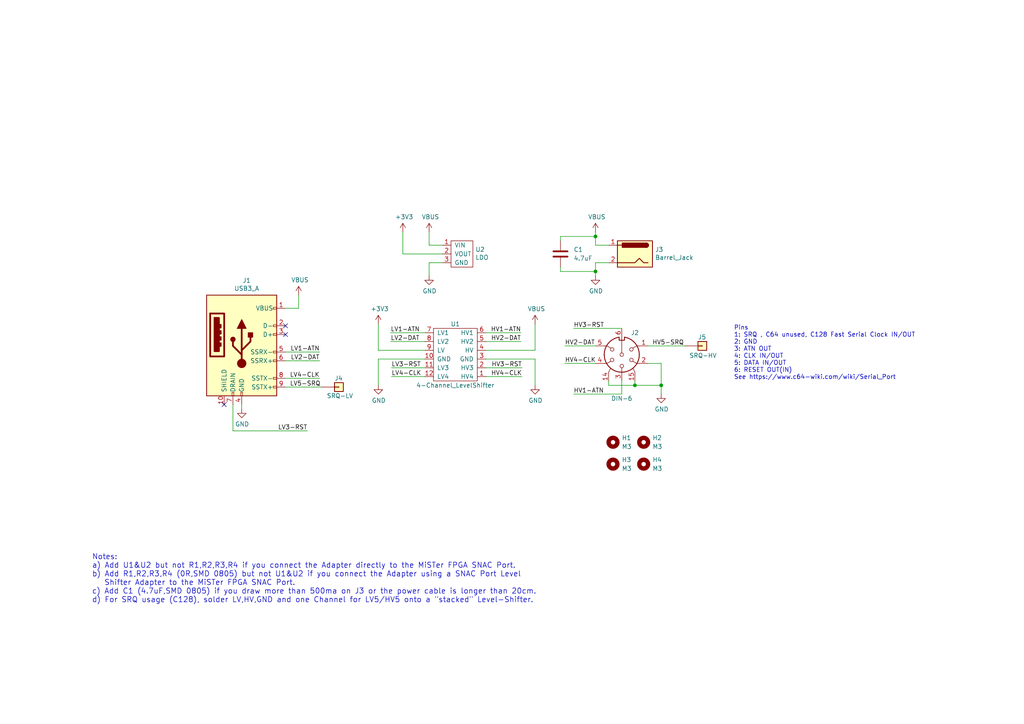
<source format=kicad_sch>
(kicad_sch (version 20211123) (generator eeschema)

  (uuid 8322f275-268c-4e87-a69f-4cfbf05e747f)

  (paper "A4")

  (title_block
    (title "SNAC2IEC")
    (date "2023-02-27")
    (rev "v1.2")
    (comment 2 "Converts the MiSTer FPGA SNAC Port into a Commodore IEC/CBM (Serial) Bus Port.")
  )

  (lib_symbols
    (symbol "Conn_01x01_1" (pin_numbers hide) (pin_names (offset 1.016) hide) (in_bom yes) (on_board yes)
      (property "Reference" "J" (id 0) (at 0 2.54 0)
        (effects (font (size 1.27 1.27)))
      )
      (property "Value" "Conn_01x01_1" (id 1) (at 0 -2.54 0)
        (effects (font (size 1.27 1.27)))
      )
      (property "Footprint" "" (id 2) (at 0 0 0)
        (effects (font (size 1.27 1.27)) hide)
      )
      (property "Datasheet" "~" (id 3) (at 0 0 0)
        (effects (font (size 1.27 1.27)) hide)
      )
      (property "ki_keywords" "connector" (id 4) (at 0 0 0)
        (effects (font (size 1.27 1.27)) hide)
      )
      (property "ki_description" "Generic connector, single row, 01x01, script generated (kicad-library-utils/schlib/autogen/connector/)" (id 5) (at 0 0 0)
        (effects (font (size 1.27 1.27)) hide)
      )
      (property "ki_fp_filters" "Connector*:*_1x??_*" (id 6) (at 0 0 0)
        (effects (font (size 1.27 1.27)) hide)
      )
      (symbol "Conn_01x01_1_1_1"
        (rectangle (start -1.27 0.127) (end 0 -0.127)
          (stroke (width 0.1524) (type default) (color 0 0 0 0))
          (fill (type none))
        )
        (rectangle (start -1.27 1.27) (end 1.27 -1.27)
          (stroke (width 0.254) (type default) (color 0 0 0 0))
          (fill (type background))
        )
        (pin passive line (at -5.08 0 0) (length 3.81)
          (name "Pin_1" (effects (font (size 1.27 1.27))))
          (number "1" (effects (font (size 1.27 1.27))))
        )
      )
    )
    (symbol "Connector:Barrel_Jack" (pin_names (offset 1.016)) (in_bom yes) (on_board yes)
      (property "Reference" "J" (id 0) (at 0 5.334 0)
        (effects (font (size 1.27 1.27)))
      )
      (property "Value" "Barrel_Jack" (id 1) (at 0 -5.08 0)
        (effects (font (size 1.27 1.27)))
      )
      (property "Footprint" "" (id 2) (at 1.27 -1.016 0)
        (effects (font (size 1.27 1.27)) hide)
      )
      (property "Datasheet" "~" (id 3) (at 1.27 -1.016 0)
        (effects (font (size 1.27 1.27)) hide)
      )
      (property "ki_keywords" "DC power barrel jack connector" (id 4) (at 0 0 0)
        (effects (font (size 1.27 1.27)) hide)
      )
      (property "ki_description" "DC Barrel Jack" (id 5) (at 0 0 0)
        (effects (font (size 1.27 1.27)) hide)
      )
      (property "ki_fp_filters" "BarrelJack*" (id 6) (at 0 0 0)
        (effects (font (size 1.27 1.27)) hide)
      )
      (symbol "Barrel_Jack_0_1"
        (rectangle (start -5.08 3.81) (end 5.08 -3.81)
          (stroke (width 0.254) (type default) (color 0 0 0 0))
          (fill (type background))
        )
        (arc (start -3.302 3.175) (mid -3.937 2.54) (end -3.302 1.905)
          (stroke (width 0.254) (type default) (color 0 0 0 0))
          (fill (type none))
        )
        (arc (start -3.302 3.175) (mid -3.937 2.54) (end -3.302 1.905)
          (stroke (width 0.254) (type default) (color 0 0 0 0))
          (fill (type outline))
        )
        (polyline
          (pts
            (xy 5.08 2.54)
            (xy 3.81 2.54)
          )
          (stroke (width 0.254) (type default) (color 0 0 0 0))
          (fill (type none))
        )
        (polyline
          (pts
            (xy -3.81 -2.54)
            (xy -2.54 -2.54)
            (xy -1.27 -1.27)
            (xy 0 -2.54)
            (xy 2.54 -2.54)
            (xy 5.08 -2.54)
          )
          (stroke (width 0.254) (type default) (color 0 0 0 0))
          (fill (type none))
        )
        (rectangle (start 3.683 3.175) (end -3.302 1.905)
          (stroke (width 0.254) (type default) (color 0 0 0 0))
          (fill (type outline))
        )
      )
      (symbol "Barrel_Jack_1_1"
        (pin passive line (at 7.62 2.54 180) (length 2.54)
          (name "~" (effects (font (size 1.27 1.27))))
          (number "1" (effects (font (size 1.27 1.27))))
        )
        (pin passive line (at 7.62 -2.54 180) (length 2.54)
          (name "~" (effects (font (size 1.27 1.27))))
          (number "2" (effects (font (size 1.27 1.27))))
        )
      )
    )
    (symbol "Connector:DIN-6" (pin_names (offset 1.016)) (in_bom yes) (on_board yes)
      (property "Reference" "J2" (id 0) (at -5.08 -6.35 0)
        (effects (font (size 1.27 1.27)))
      )
      (property "Value" "DIN-6" (id 1) (at 5.08 -6.35 0)
        (effects (font (size 1.27 1.27)))
      )
      (property "Footprint" "VeniceFootprints:DIN_6Pin_Print_Connector_IEC_Layout" (id 2) (at 0 0 0)
        (effects (font (size 1.27 1.27)) hide)
      )
      (property "Datasheet" "http://www.mouser.com/ds/2/18/40_c091_abd_e-75918.pdf" (id 3) (at 0 0 0)
        (effects (font (size 1.27 1.27)) hide)
      )
      (property "ki_keywords" "circular DIN connector" (id 4) (at 0 0 0)
        (effects (font (size 1.27 1.27)) hide)
      )
      (property "ki_description" "6-pin DIN connector" (id 5) (at 0 0 0)
        (effects (font (size 1.27 1.27)) hide)
      )
      (property "ki_fp_filters" "DIN*" (id 6) (at 0 0 0)
        (effects (font (size 1.27 1.27)) hide)
      )
      (symbol "DIN-6_0_1"
        (arc (start -5.08 0) (mid -3.8597 -3.3379) (end -0.762 -5.08)
          (stroke (width 0.254) (type default) (color 0 0 0 0))
          (fill (type none))
        )
        (circle (center -2.794 -1.524) (radius 0.508)
          (stroke (width 0) (type default) (color 0 0 0 0))
          (fill (type none))
        )
        (circle (center -2.794 1.524) (radius 0.508)
          (stroke (width 0) (type default) (color 0 0 0 0))
          (fill (type none))
        )
        (polyline
          (pts
            (xy -3.81 5.08)
            (xy -3.302 4.064)
          )
          (stroke (width 0.1524) (type default) (color 0 0 0 0))
          (fill (type none))
        )
        (polyline
          (pts
            (xy 0 -5.08)
            (xy 0 -0.508)
          )
          (stroke (width 0) (type default) (color 0 0 0 0))
          (fill (type none))
        )
        (polyline
          (pts
            (xy 0 5.08)
            (xy 0 3.81)
          )
          (stroke (width 0) (type default) (color 0 0 0 0))
          (fill (type none))
        )
        (polyline
          (pts
            (xy 3.81 5.08)
            (xy 3.302 4.064)
          )
          (stroke (width 0.1524) (type default) (color 0 0 0 0))
          (fill (type none))
        )
        (polyline
          (pts
            (xy -5.08 -2.54)
            (xy -4.318 -2.54)
            (xy -3.175 -1.905)
          )
          (stroke (width 0) (type default) (color 0 0 0 0))
          (fill (type none))
        )
        (polyline
          (pts
            (xy -5.08 2.54)
            (xy -4.318 2.54)
            (xy -3.175 1.905)
          )
          (stroke (width 0) (type default) (color 0 0 0 0))
          (fill (type none))
        )
        (polyline
          (pts
            (xy 5.08 -2.54)
            (xy 4.318 -2.54)
            (xy 3.175 -1.905)
          )
          (stroke (width 0) (type default) (color 0 0 0 0))
          (fill (type none))
        )
        (polyline
          (pts
            (xy 5.08 2.54)
            (xy 4.318 2.54)
            (xy 3.175 1.905)
          )
          (stroke (width 0) (type default) (color 0 0 0 0))
          (fill (type none))
        )
        (polyline
          (pts
            (xy -0.762 -4.953)
            (xy -0.762 -4.191)
            (xy 0.762 -4.191)
            (xy 0.762 -4.953)
          )
          (stroke (width 0.254) (type default) (color 0 0 0 0))
          (fill (type none))
        )
        (circle (center 0 0) (radius 0.508)
          (stroke (width 0) (type default) (color 0 0 0 0))
          (fill (type none))
        )
        (circle (center 0 3.302) (radius 0.508)
          (stroke (width 0) (type default) (color 0 0 0 0))
          (fill (type none))
        )
        (arc (start 0.762 -5.08) (mid 3.8673 -3.3444) (end 5.08 0)
          (stroke (width 0.254) (type default) (color 0 0 0 0))
          (fill (type none))
        )
        (circle (center 2.794 -1.524) (radius 0.508)
          (stroke (width 0) (type default) (color 0 0 0 0))
          (fill (type none))
        )
        (circle (center 2.794 1.524) (radius 0.508)
          (stroke (width 0) (type default) (color 0 0 0 0))
          (fill (type none))
        )
        (arc (start 5.08 0) (mid 0 5.08) (end -5.08 0)
          (stroke (width 0.254) (type default) (color 0 0 0 0))
          (fill (type none))
        )
      )
      (symbol "DIN-6_1_1"
        (pin passive line (at -7.62 -2.54 0) (length 2.54)
          (name "~" (effects (font (size 1.27 1.27))))
          (number "1" (effects (font (size 1.27 1.27))))
        )
        (pin passive line (at 3.81 7.62 270) (length 2.54)
          (name "" (effects (font (size 1.27 1.27))))
          (number "14" (effects (font (size 1.27 1.27))))
        )
        (pin passive line (at -3.81 7.62 270) (length 2.54)
          (name "" (effects (font (size 1.27 1.27))))
          (number "15" (effects (font (size 1.27 1.27))))
        )
        (pin passive line (at -7.62 2.54 0) (length 2.54)
          (name "~" (effects (font (size 1.27 1.27))))
          (number "2" (effects (font (size 1.27 1.27))))
        )
        (pin passive line (at 0 7.62 270) (length 2.54)
          (name "~" (effects (font (size 1.27 1.27))))
          (number "3" (effects (font (size 1.27 1.27))))
        )
        (pin passive line (at 7.62 2.54 180) (length 2.54)
          (name "~" (effects (font (size 1.27 1.27))))
          (number "4" (effects (font (size 1.27 1.27))))
        )
        (pin passive line (at 7.62 -2.54 180) (length 2.54)
          (name "~" (effects (font (size 1.27 1.27))))
          (number "5" (effects (font (size 1.27 1.27))))
        )
        (pin passive line (at 0 -7.62 90) (length 2.54)
          (name "~" (effects (font (size 1.27 1.27))))
          (number "6" (effects (font (size 1.27 1.27))))
        )
      )
    )
    (symbol "Connector:USB3_A" (pin_names (offset 1.016)) (in_bom yes) (on_board yes)
      (property "Reference" "J" (id 0) (at -10.16 15.24 0)
        (effects (font (size 1.27 1.27)) (justify left))
      )
      (property "Value" "USB3_A" (id 1) (at 10.16 15.24 0)
        (effects (font (size 1.27 1.27)) (justify right))
      )
      (property "Footprint" "" (id 2) (at 3.81 2.54 0)
        (effects (font (size 1.27 1.27)) hide)
      )
      (property "Datasheet" "~" (id 3) (at 3.81 2.54 0)
        (effects (font (size 1.27 1.27)) hide)
      )
      (property "ki_keywords" "usb universal serial bus" (id 4) (at 0 0 0)
        (effects (font (size 1.27 1.27)) hide)
      )
      (property "ki_description" "USB 3.0 A connector" (id 5) (at 0 0 0)
        (effects (font (size 1.27 1.27)) hide)
      )
      (symbol "USB3_A_0_0"
        (rectangle (start -9.144 8.636) (end -5.08 -3.81)
          (stroke (width 0.508) (type default) (color 0 0 0 0))
          (fill (type none))
        )
        (rectangle (start -7.874 7.366) (end -6.604 -2.286)
          (stroke (width 0.508) (type default) (color 0 0 0 0))
          (fill (type outline))
        )
        (rectangle (start -6.35 0) (end -6.096 -0.762)
          (stroke (width 0.508) (type default) (color 0 0 0 0))
          (fill (type none))
        )
        (rectangle (start -6.35 1.778) (end -6.096 1.016)
          (stroke (width 0.508) (type default) (color 0 0 0 0))
          (fill (type none))
        )
        (rectangle (start -6.35 3.556) (end -6.096 2.794)
          (stroke (width 0.508) (type default) (color 0 0 0 0))
          (fill (type none))
        )
        (rectangle (start -6.35 5.334) (end -6.096 4.572)
          (stroke (width 0.508) (type default) (color 0 0 0 0))
          (fill (type none))
        )
        (rectangle (start -2.794 -15.24) (end -2.286 -14.224)
          (stroke (width 0) (type default) (color 0 0 0 0))
          (fill (type none))
        )
        (rectangle (start -0.254 -15.24) (end 0.254 -14.224)
          (stroke (width 0) (type default) (color 0 0 0 0))
          (fill (type none))
        )
        (rectangle (start 10.16 -12.446) (end 9.144 -12.954)
          (stroke (width 0) (type default) (color 0 0 0 0))
          (fill (type none))
        )
        (rectangle (start 10.16 -9.906) (end 9.144 -10.414)
          (stroke (width 0) (type default) (color 0 0 0 0))
          (fill (type none))
        )
        (rectangle (start 10.16 -4.826) (end 9.144 -5.334)
          (stroke (width 0) (type default) (color 0 0 0 0))
          (fill (type none))
        )
        (rectangle (start 10.16 -2.286) (end 9.144 -2.794)
          (stroke (width 0) (type default) (color 0 0 0 0))
          (fill (type none))
        )
        (rectangle (start 10.16 2.794) (end 9.144 2.286)
          (stroke (width 0) (type default) (color 0 0 0 0))
          (fill (type none))
        )
        (rectangle (start 10.16 5.334) (end 9.144 4.826)
          (stroke (width 0) (type default) (color 0 0 0 0))
          (fill (type none))
        )
        (rectangle (start 10.16 10.414) (end 9.144 9.906)
          (stroke (width 0) (type default) (color 0 0 0 0))
          (fill (type none))
        )
      )
      (symbol "USB3_A_0_1"
        (rectangle (start -10.16 13.97) (end 10.16 -15.24)
          (stroke (width 0.254) (type default) (color 0 0 0 0))
          (fill (type background))
        )
      )
      (symbol "USB3_A_1_1"
        (circle (center -2.54 1.143) (radius 0.635)
          (stroke (width 0.254) (type default) (color 0 0 0 0))
          (fill (type outline))
        )
        (circle (center 0 -5.842) (radius 1.27)
          (stroke (width 0) (type default) (color 0 0 0 0))
          (fill (type outline))
        )
        (polyline
          (pts
            (xy 0 -5.842)
            (xy 0 4.318)
          )
          (stroke (width 0.508) (type default) (color 0 0 0 0))
          (fill (type none))
        )
        (polyline
          (pts
            (xy 0 -3.302)
            (xy -2.54 -0.762)
            (xy -2.54 0.508)
          )
          (stroke (width 0.508) (type default) (color 0 0 0 0))
          (fill (type none))
        )
        (polyline
          (pts
            (xy 0 -2.032)
            (xy 2.54 0.508)
            (xy 2.54 1.778)
          )
          (stroke (width 0.508) (type default) (color 0 0 0 0))
          (fill (type none))
        )
        (polyline
          (pts
            (xy -1.27 4.318)
            (xy 0 6.858)
            (xy 1.27 4.318)
            (xy -1.27 4.318)
          )
          (stroke (width 0.254) (type default) (color 0 0 0 0))
          (fill (type outline))
        )
        (rectangle (start 1.905 1.778) (end 3.175 3.048)
          (stroke (width 0.254) (type default) (color 0 0 0 0))
          (fill (type outline))
        )
        (pin power_in line (at 12.7 10.16 180) (length 2.54)
          (name "VBUS" (effects (font (size 1.27 1.27))))
          (number "1" (effects (font (size 1.27 1.27))))
        )
        (pin passive line (at -5.08 -17.78 90) (length 2.54)
          (name "SHIELD" (effects (font (size 1.27 1.27))))
          (number "10" (effects (font (size 1.27 1.27))))
        )
        (pin bidirectional line (at 12.7 5.08 180) (length 2.54)
          (name "D-" (effects (font (size 1.27 1.27))))
          (number "2" (effects (font (size 1.27 1.27))))
        )
        (pin bidirectional line (at 12.7 2.54 180) (length 2.54)
          (name "D+" (effects (font (size 1.27 1.27))))
          (number "3" (effects (font (size 1.27 1.27))))
        )
        (pin power_in line (at 0 -17.78 90) (length 2.54)
          (name "GND" (effects (font (size 1.27 1.27))))
          (number "4" (effects (font (size 1.27 1.27))))
        )
        (pin output line (at 12.7 -2.54 180) (length 2.54)
          (name "SSRX-" (effects (font (size 1.27 1.27))))
          (number "5" (effects (font (size 1.27 1.27))))
        )
        (pin output line (at 12.7 -5.08 180) (length 2.54)
          (name "SSRX+" (effects (font (size 1.27 1.27))))
          (number "6" (effects (font (size 1.27 1.27))))
        )
        (pin passive line (at -2.54 -17.78 90) (length 2.54)
          (name "DRAIN" (effects (font (size 1.27 1.27))))
          (number "7" (effects (font (size 1.27 1.27))))
        )
        (pin input line (at 12.7 -10.16 180) (length 2.54)
          (name "SSTX-" (effects (font (size 1.27 1.27))))
          (number "8" (effects (font (size 1.27 1.27))))
        )
        (pin input line (at 12.7 -12.7 180) (length 2.54)
          (name "SSTX+" (effects (font (size 1.27 1.27))))
          (number "9" (effects (font (size 1.27 1.27))))
        )
      )
    )
    (symbol "Connector_Generic:Conn_01x01" (pin_numbers hide) (pin_names (offset 1.016) hide) (in_bom yes) (on_board yes)
      (property "Reference" "J" (id 0) (at 0 2.54 0)
        (effects (font (size 1.27 1.27)))
      )
      (property "Value" "Conn_01x01" (id 1) (at 0 -2.54 0)
        (effects (font (size 1.27 1.27)))
      )
      (property "Footprint" "" (id 2) (at 0 0 0)
        (effects (font (size 1.27 1.27)) hide)
      )
      (property "Datasheet" "~" (id 3) (at 0 0 0)
        (effects (font (size 1.27 1.27)) hide)
      )
      (property "ki_keywords" "connector" (id 4) (at 0 0 0)
        (effects (font (size 1.27 1.27)) hide)
      )
      (property "ki_description" "Generic connector, single row, 01x01, script generated (kicad-library-utils/schlib/autogen/connector/)" (id 5) (at 0 0 0)
        (effects (font (size 1.27 1.27)) hide)
      )
      (property "ki_fp_filters" "Connector*:*_1x??_*" (id 6) (at 0 0 0)
        (effects (font (size 1.27 1.27)) hide)
      )
      (symbol "Conn_01x01_1_1"
        (rectangle (start -1.27 0.127) (end 0 -0.127)
          (stroke (width 0.1524) (type default) (color 0 0 0 0))
          (fill (type none))
        )
        (rectangle (start -1.27 1.27) (end 1.27 -1.27)
          (stroke (width 0.254) (type default) (color 0 0 0 0))
          (fill (type background))
        )
        (pin passive line (at -5.08 0 0) (length 3.81)
          (name "Pin_1" (effects (font (size 1.27 1.27))))
          (number "1" (effects (font (size 1.27 1.27))))
        )
      )
    )
    (symbol "Device:C" (pin_numbers hide) (pin_names (offset 0.254)) (in_bom yes) (on_board yes)
      (property "Reference" "C" (id 0) (at 0.635 2.54 0)
        (effects (font (size 1.27 1.27)) (justify left))
      )
      (property "Value" "C" (id 1) (at 0.635 -2.54 0)
        (effects (font (size 1.27 1.27)) (justify left))
      )
      (property "Footprint" "" (id 2) (at 0.9652 -3.81 0)
        (effects (font (size 1.27 1.27)) hide)
      )
      (property "Datasheet" "~" (id 3) (at 0 0 0)
        (effects (font (size 1.27 1.27)) hide)
      )
      (property "ki_keywords" "cap capacitor" (id 4) (at 0 0 0)
        (effects (font (size 1.27 1.27)) hide)
      )
      (property "ki_description" "Unpolarized capacitor" (id 5) (at 0 0 0)
        (effects (font (size 1.27 1.27)) hide)
      )
      (property "ki_fp_filters" "C_*" (id 6) (at 0 0 0)
        (effects (font (size 1.27 1.27)) hide)
      )
      (symbol "C_0_1"
        (polyline
          (pts
            (xy -2.032 -0.762)
            (xy 2.032 -0.762)
          )
          (stroke (width 0.508) (type default) (color 0 0 0 0))
          (fill (type none))
        )
        (polyline
          (pts
            (xy -2.032 0.762)
            (xy 2.032 0.762)
          )
          (stroke (width 0.508) (type default) (color 0 0 0 0))
          (fill (type none))
        )
      )
      (symbol "C_1_1"
        (pin passive line (at 0 3.81 270) (length 2.794)
          (name "~" (effects (font (size 1.27 1.27))))
          (number "1" (effects (font (size 1.27 1.27))))
        )
        (pin passive line (at 0 -3.81 90) (length 2.794)
          (name "~" (effects (font (size 1.27 1.27))))
          (number "2" (effects (font (size 1.27 1.27))))
        )
      )
    )
    (symbol "Mechanical:MountingHole" (pin_names (offset 1.016)) (in_bom yes) (on_board yes)
      (property "Reference" "H" (id 0) (at 0 5.08 0)
        (effects (font (size 1.27 1.27)))
      )
      (property "Value" "MountingHole" (id 1) (at 0 3.175 0)
        (effects (font (size 1.27 1.27)))
      )
      (property "Footprint" "" (id 2) (at 0 0 0)
        (effects (font (size 1.27 1.27)) hide)
      )
      (property "Datasheet" "~" (id 3) (at 0 0 0)
        (effects (font (size 1.27 1.27)) hide)
      )
      (property "ki_keywords" "mounting hole" (id 4) (at 0 0 0)
        (effects (font (size 1.27 1.27)) hide)
      )
      (property "ki_description" "Mounting Hole without connection" (id 5) (at 0 0 0)
        (effects (font (size 1.27 1.27)) hide)
      )
      (property "ki_fp_filters" "MountingHole*" (id 6) (at 0 0 0)
        (effects (font (size 1.27 1.27)) hide)
      )
      (symbol "MountingHole_0_1"
        (circle (center 0 0) (radius 1.27)
          (stroke (width 1.27) (type default) (color 0 0 0 0))
          (fill (type none))
        )
      )
    )
    (symbol "MountingHole_1" (pin_names (offset 1.016)) (in_bom yes) (on_board yes)
      (property "Reference" "H" (id 0) (at 0 5.08 0)
        (effects (font (size 1.27 1.27)))
      )
      (property "Value" "MountingHole_1" (id 1) (at 0 3.175 0)
        (effects (font (size 1.27 1.27)))
      )
      (property "Footprint" "" (id 2) (at 0 0 0)
        (effects (font (size 1.27 1.27)) hide)
      )
      (property "Datasheet" "~" (id 3) (at 0 0 0)
        (effects (font (size 1.27 1.27)) hide)
      )
      (property "ki_keywords" "mounting hole" (id 4) (at 0 0 0)
        (effects (font (size 1.27 1.27)) hide)
      )
      (property "ki_description" "Mounting Hole without connection" (id 5) (at 0 0 0)
        (effects (font (size 1.27 1.27)) hide)
      )
      (property "ki_fp_filters" "MountingHole*" (id 6) (at 0 0 0)
        (effects (font (size 1.27 1.27)) hide)
      )
      (symbol "MountingHole_1_0_1"
        (circle (center 0 0) (radius 1.27)
          (stroke (width 1.27) (type default) (color 0 0 0 0))
          (fill (type none))
        )
      )
    )
    (symbol "VeniceKiCadLibrary:Breakout_LDO" (pin_names (offset 1.016)) (in_bom yes) (on_board yes)
      (property "Reference" "Ux" (id 0) (at 0 10.16 0)
        (effects (font (size 1.27 1.27)))
      )
      (property "Value" "VeniceKiCadLibrary_Breakout_LDO" (id 1) (at 0 0 0)
        (effects (font (size 1.27 1.27)))
      )
      (property "Footprint" "" (id 2) (at 0 0 0)
        (effects (font (size 1.27 1.27)) hide)
      )
      (property "Datasheet" "" (id 3) (at 0 0 0)
        (effects (font (size 1.27 1.27)) hide)
      )
      (symbol "Breakout_LDO_0_1"
        (rectangle (start -1.27 8.89) (end 5.08 1.27)
          (stroke (width 0) (type default) (color 0 0 0 0))
          (fill (type none))
        )
      )
      (symbol "Breakout_LDO_1_1"
        (pin power_in line (at -3.81 7.62 0) (length 2.54)
          (name "VIN" (effects (font (size 1.27 1.27))))
          (number "1" (effects (font (size 1.27 1.27))))
        )
        (pin power_out line (at -3.81 5.08 0) (length 2.54)
          (name "VOUT" (effects (font (size 1.27 1.27))))
          (number "2" (effects (font (size 1.27 1.27))))
        )
        (pin passive line (at -3.81 2.54 0) (length 2.54)
          (name "GND" (effects (font (size 1.27 1.27))))
          (number "3" (effects (font (size 1.27 1.27))))
        )
      )
    )
    (symbol "VeniceKiCadLibrary:Breakout_LevelShifter_4-Channel" (pin_names (offset 1.016)) (in_bom yes) (on_board yes)
      (property "Reference" "Ux" (id 0) (at 0 19.05 0)
        (effects (font (size 1.27 1.27)))
      )
      (property "Value" "VeniceKiCadLibrary_Breakout_LevelShifter_4-Channel" (id 1) (at 0 0 0)
        (effects (font (size 1.27 1.27)))
      )
      (property "Footprint" "" (id 2) (at 0 0 0)
        (effects (font (size 1.27 1.27)) hide)
      )
      (property "Datasheet" "" (id 3) (at 0 0 0)
        (effects (font (size 1.27 1.27)) hide)
      )
      (symbol "Breakout_LevelShifter_4-Channel_0_1"
        (rectangle (start -6.35 17.78) (end 6.35 2.54)
          (stroke (width 0) (type default) (color 0 0 0 0))
          (fill (type none))
        )
      )
      (symbol "Breakout_LevelShifter_4-Channel_1_1"
        (pin bidirectional line (at -8.89 16.51 0) (length 2.54)
          (name "HV4" (effects (font (size 1.27 1.27))))
          (number "1" (effects (font (size 1.27 1.27))))
        )
        (pin passive line (at 8.89 11.43 180) (length 2.54)
          (name "GND" (effects (font (size 1.27 1.27))))
          (number "10" (effects (font (size 1.27 1.27))))
        )
        (pin bidirectional line (at 8.89 13.97 180) (length 2.54)
          (name "LV3" (effects (font (size 1.27 1.27))))
          (number "11" (effects (font (size 1.27 1.27))))
        )
        (pin bidirectional line (at 8.89 16.51 180) (length 2.54)
          (name "LV4" (effects (font (size 1.27 1.27))))
          (number "12" (effects (font (size 1.27 1.27))))
        )
        (pin bidirectional line (at -8.89 13.97 0) (length 2.54)
          (name "HV3" (effects (font (size 1.27 1.27))))
          (number "2" (effects (font (size 1.27 1.27))))
        )
        (pin passive line (at -8.89 11.43 0) (length 2.54)
          (name "GND" (effects (font (size 1.27 1.27))))
          (number "3" (effects (font (size 1.27 1.27))))
        )
        (pin power_in line (at -8.89 8.89 0) (length 2.54)
          (name "HV" (effects (font (size 1.27 1.27))))
          (number "4" (effects (font (size 1.27 1.27))))
        )
        (pin bidirectional line (at -8.89 6.35 0) (length 2.54)
          (name "HV2" (effects (font (size 1.27 1.27))))
          (number "5" (effects (font (size 1.27 1.27))))
        )
        (pin bidirectional line (at -8.89 3.81 0) (length 2.54)
          (name "HV1" (effects (font (size 1.27 1.27))))
          (number "6" (effects (font (size 1.27 1.27))))
        )
        (pin bidirectional line (at 8.89 3.81 180) (length 2.54)
          (name "LV1" (effects (font (size 1.27 1.27))))
          (number "7" (effects (font (size 1.27 1.27))))
        )
        (pin bidirectional line (at 8.89 6.35 180) (length 2.54)
          (name "LV2" (effects (font (size 1.27 1.27))))
          (number "8" (effects (font (size 1.27 1.27))))
        )
        (pin power_in line (at 8.89 8.89 180) (length 2.54)
          (name "LV" (effects (font (size 1.27 1.27))))
          (number "9" (effects (font (size 1.27 1.27))))
        )
      )
    )
    (symbol "power:+3V3" (power) (pin_names (offset 0)) (in_bom yes) (on_board yes)
      (property "Reference" "#PWR" (id 0) (at 0 -3.81 0)
        (effects (font (size 1.27 1.27)) hide)
      )
      (property "Value" "+3V3" (id 1) (at 0 3.556 0)
        (effects (font (size 1.27 1.27)))
      )
      (property "Footprint" "" (id 2) (at 0 0 0)
        (effects (font (size 1.27 1.27)) hide)
      )
      (property "Datasheet" "" (id 3) (at 0 0 0)
        (effects (font (size 1.27 1.27)) hide)
      )
      (property "ki_keywords" "power-flag" (id 4) (at 0 0 0)
        (effects (font (size 1.27 1.27)) hide)
      )
      (property "ki_description" "Power symbol creates a global label with name \"+3V3\"" (id 5) (at 0 0 0)
        (effects (font (size 1.27 1.27)) hide)
      )
      (symbol "+3V3_0_1"
        (polyline
          (pts
            (xy -0.762 1.27)
            (xy 0 2.54)
          )
          (stroke (width 0) (type default) (color 0 0 0 0))
          (fill (type none))
        )
        (polyline
          (pts
            (xy 0 0)
            (xy 0 2.54)
          )
          (stroke (width 0) (type default) (color 0 0 0 0))
          (fill (type none))
        )
        (polyline
          (pts
            (xy 0 2.54)
            (xy 0.762 1.27)
          )
          (stroke (width 0) (type default) (color 0 0 0 0))
          (fill (type none))
        )
      )
      (symbol "+3V3_1_1"
        (pin power_in line (at 0 0 90) (length 0) hide
          (name "+3V3" (effects (font (size 1.27 1.27))))
          (number "1" (effects (font (size 1.27 1.27))))
        )
      )
    )
    (symbol "power:GND" (power) (pin_names (offset 0)) (in_bom yes) (on_board yes)
      (property "Reference" "#PWR" (id 0) (at 0 -6.35 0)
        (effects (font (size 1.27 1.27)) hide)
      )
      (property "Value" "GND" (id 1) (at 0 -3.81 0)
        (effects (font (size 1.27 1.27)))
      )
      (property "Footprint" "" (id 2) (at 0 0 0)
        (effects (font (size 1.27 1.27)) hide)
      )
      (property "Datasheet" "" (id 3) (at 0 0 0)
        (effects (font (size 1.27 1.27)) hide)
      )
      (property "ki_keywords" "power-flag" (id 4) (at 0 0 0)
        (effects (font (size 1.27 1.27)) hide)
      )
      (property "ki_description" "Power symbol creates a global label with name \"GND\" , ground" (id 5) (at 0 0 0)
        (effects (font (size 1.27 1.27)) hide)
      )
      (symbol "GND_0_1"
        (polyline
          (pts
            (xy 0 0)
            (xy 0 -1.27)
            (xy 1.27 -1.27)
            (xy 0 -2.54)
            (xy -1.27 -1.27)
            (xy 0 -1.27)
          )
          (stroke (width 0) (type default) (color 0 0 0 0))
          (fill (type none))
        )
      )
      (symbol "GND_1_1"
        (pin power_in line (at 0 0 270) (length 0) hide
          (name "GND" (effects (font (size 1.27 1.27))))
          (number "1" (effects (font (size 1.27 1.27))))
        )
      )
    )
    (symbol "power:VBUS" (power) (pin_names (offset 0)) (in_bom yes) (on_board yes)
      (property "Reference" "#PWR" (id 0) (at 0 -3.81 0)
        (effects (font (size 1.27 1.27)) hide)
      )
      (property "Value" "VBUS" (id 1) (at 0 3.81 0)
        (effects (font (size 1.27 1.27)))
      )
      (property "Footprint" "" (id 2) (at 0 0 0)
        (effects (font (size 1.27 1.27)) hide)
      )
      (property "Datasheet" "" (id 3) (at 0 0 0)
        (effects (font (size 1.27 1.27)) hide)
      )
      (property "ki_keywords" "power-flag" (id 4) (at 0 0 0)
        (effects (font (size 1.27 1.27)) hide)
      )
      (property "ki_description" "Power symbol creates a global label with name \"VBUS\"" (id 5) (at 0 0 0)
        (effects (font (size 1.27 1.27)) hide)
      )
      (symbol "VBUS_0_1"
        (polyline
          (pts
            (xy -0.762 1.27)
            (xy 0 2.54)
          )
          (stroke (width 0) (type default) (color 0 0 0 0))
          (fill (type none))
        )
        (polyline
          (pts
            (xy 0 0)
            (xy 0 2.54)
          )
          (stroke (width 0) (type default) (color 0 0 0 0))
          (fill (type none))
        )
        (polyline
          (pts
            (xy 0 2.54)
            (xy 0.762 1.27)
          )
          (stroke (width 0) (type default) (color 0 0 0 0))
          (fill (type none))
        )
      )
      (symbol "VBUS_1_1"
        (pin power_in line (at 0 0 90) (length 0) hide
          (name "VBUS" (effects (font (size 1.27 1.27))))
          (number "1" (effects (font (size 1.27 1.27))))
        )
      )
    )
  )

  (junction (at 184.15 111.76) (diameter 0) (color 0 0 0 0)
    (uuid 73c89afc-0631-42c6-baa6-d69c31b60724)
  )
  (junction (at 172.72 68.58) (diameter 0) (color 0 0 0 0)
    (uuid 8e9b5dbc-ad48-4ee7-a31d-8b7e7510dc01)
  )
  (junction (at 191.77 111.76) (diameter 0) (color 0 0 0 0)
    (uuid c038d708-673d-49e3-b308-c02e3c6a8e0e)
  )
  (junction (at 172.72 78.74) (diameter 0) (color 0 0 0 0)
    (uuid e9742607-36b5-4053-b09e-fcf930ee8262)
  )

  (no_connect (at 82.804 97.028) (uuid 03c52831-5dc5-43c5-a442-8d23643b46fb))
  (no_connect (at 65.024 117.348) (uuid 29e78086-2175-405e-9ba3-c48766d2f50c))
  (no_connect (at 82.804 94.488) (uuid d57dcfee-5058-4fc2-a68b-05f9a48f685b))

  (wire (pts (xy 124.46 71.12) (xy 124.46 67.31))
    (stroke (width 0) (type default) (color 0 0 0 0))
    (uuid 06cf700e-b15a-4406-980d-6c4a4377b312)
  )
  (wire (pts (xy 162.56 69.85) (xy 162.56 68.58))
    (stroke (width 0) (type default) (color 0 0 0 0))
    (uuid 075c195a-1a76-49ff-b763-4e7961f4abcb)
  )
  (wire (pts (xy 113.538 109.22) (xy 123.19 109.22))
    (stroke (width 0) (type default) (color 0 0 0 0))
    (uuid 0e92fe37-bed0-4f8c-88ff-ed80252cb023)
  )
  (wire (pts (xy 176.53 76.2) (xy 172.72 76.2))
    (stroke (width 0) (type default) (color 0 0 0 0))
    (uuid 0ec45a1d-2ffa-4690-bdcd-79d28464e7c7)
  )
  (wire (pts (xy 128.27 71.12) (xy 124.46 71.12))
    (stroke (width 0) (type default) (color 0 0 0 0))
    (uuid 134a26f3-60a9-432f-a532-5ab8968fed31)
  )
  (wire (pts (xy 151.13 99.06) (xy 140.97 99.06))
    (stroke (width 0) (type default) (color 0 0 0 0))
    (uuid 25d77dad-afe9-4bb2-8581-474b3ad16207)
  )
  (wire (pts (xy 67.564 124.968) (xy 89.154 124.968))
    (stroke (width 0) (type default) (color 0 0 0 0))
    (uuid 26ca9468-f7a1-46f2-b6a0-2eaafb2a679f)
  )
  (wire (pts (xy 109.728 93.98) (xy 109.728 101.6))
    (stroke (width 0) (type default) (color 0 0 0 0))
    (uuid 27355eb4-7c58-414d-8a72-12c38aa894ed)
  )
  (wire (pts (xy 176.53 110.49) (xy 176.53 111.76))
    (stroke (width 0) (type default) (color 0 0 0 0))
    (uuid 2856df6c-aeda-4426-8107-ec806bd921b0)
  )
  (wire (pts (xy 82.804 104.648) (xy 92.71 104.648))
    (stroke (width 0) (type default) (color 0 0 0 0))
    (uuid 2988dd76-264b-4f52-b772-d0b880c4ca0b)
  )
  (wire (pts (xy 155.194 104.14) (xy 155.194 111.76))
    (stroke (width 0) (type default) (color 0 0 0 0))
    (uuid 2a197d82-0a4d-40f9-b30e-413906ed3412)
  )
  (wire (pts (xy 162.56 77.47) (xy 162.56 78.74))
    (stroke (width 0) (type default) (color 0 0 0 0))
    (uuid 2caa5824-5557-4651-827f-dd47bd006187)
  )
  (wire (pts (xy 191.77 111.76) (xy 191.77 114.3))
    (stroke (width 0) (type default) (color 0 0 0 0))
    (uuid 2f0566e1-30cf-4af8-bf50-589a7a3f0344)
  )
  (wire (pts (xy 124.46 76.2) (xy 124.46 80.01))
    (stroke (width 0) (type default) (color 0 0 0 0))
    (uuid 36dc6ea0-d806-412f-93f7-1636496ba5e7)
  )
  (wire (pts (xy 128.27 76.2) (xy 124.46 76.2))
    (stroke (width 0) (type default) (color 0 0 0 0))
    (uuid 390356a0-7ee5-4f40-be5b-1b0345a56cbe)
  )
  (wire (pts (xy 172.72 76.2) (xy 172.72 78.74))
    (stroke (width 0) (type default) (color 0 0 0 0))
    (uuid 3c45b70c-fe2b-4acb-8bdb-7770bbc01309)
  )
  (wire (pts (xy 70.104 117.348) (xy 70.104 118.618))
    (stroke (width 0) (type default) (color 0 0 0 0))
    (uuid 3f1b8232-ac6a-4ce2-ab21-c14c29623fda)
  )
  (wire (pts (xy 162.56 68.58) (xy 172.72 68.58))
    (stroke (width 0) (type default) (color 0 0 0 0))
    (uuid 3fc8664b-dac7-4f98-8027-ef29aedf7232)
  )
  (wire (pts (xy 113.538 106.68) (xy 123.19 106.68))
    (stroke (width 0) (type default) (color 0 0 0 0))
    (uuid 4080d60b-8054-4a5d-99d1-4ec8e5695c8e)
  )
  (wire (pts (xy 163.83 105.41) (xy 172.72 105.41))
    (stroke (width 0) (type default) (color 0 0 0 0))
    (uuid 4b92ec21-4aaf-4720-9be4-9e403096f833)
  )
  (wire (pts (xy 187.96 105.41) (xy 191.77 105.41))
    (stroke (width 0) (type default) (color 0 0 0 0))
    (uuid 58f4565d-e859-4e30-88fe-3bfea80f0d8f)
  )
  (wire (pts (xy 109.728 101.6) (xy 123.19 101.6))
    (stroke (width 0) (type default) (color 0 0 0 0))
    (uuid 65d2287d-4b54-43d0-9ba9-247be649a2b1)
  )
  (wire (pts (xy 155.194 101.6) (xy 155.194 93.98))
    (stroke (width 0) (type default) (color 0 0 0 0))
    (uuid 68cafc9a-a0b5-40ca-8608-68713113041a)
  )
  (wire (pts (xy 109.728 111.76) (xy 109.728 104.14))
    (stroke (width 0) (type default) (color 0 0 0 0))
    (uuid 6ad82e29-cbc6-49e8-89eb-c126dbcf9bfb)
  )
  (wire (pts (xy 162.56 78.74) (xy 172.72 78.74))
    (stroke (width 0) (type default) (color 0 0 0 0))
    (uuid 6c6bee9c-5464-4ad7-9d96-00be1078c827)
  )
  (wire (pts (xy 93.218 112.268) (xy 82.804 112.268))
    (stroke (width 0) (type default) (color 0 0 0 0))
    (uuid 71caac82-4c9f-4339-b435-70a042482e1e)
  )
  (wire (pts (xy 184.15 111.76) (xy 184.15 110.49))
    (stroke (width 0) (type default) (color 0 0 0 0))
    (uuid 7b4e9890-4c55-4c03-ba35-6789e87213dc)
  )
  (wire (pts (xy 180.34 114.3) (xy 180.34 110.49))
    (stroke (width 0) (type default) (color 0 0 0 0))
    (uuid 7dc09ace-0899-48ed-8fdb-76092b25dae9)
  )
  (wire (pts (xy 166.37 114.3) (xy 180.34 114.3))
    (stroke (width 0) (type default) (color 0 0 0 0))
    (uuid 81df2c4c-aa2e-4369-a675-fc2143b511a5)
  )
  (wire (pts (xy 82.804 109.728) (xy 92.71 109.728))
    (stroke (width 0) (type default) (color 0 0 0 0))
    (uuid 8501d4e6-61b2-4edd-b0e3-855f7f951c57)
  )
  (wire (pts (xy 151.384 109.22) (xy 140.97 109.22))
    (stroke (width 0) (type default) (color 0 0 0 0))
    (uuid 8c0578b9-ec22-48e2-b686-3c7464fba1ba)
  )
  (wire (pts (xy 82.804 89.408) (xy 86.614 89.408))
    (stroke (width 0) (type default) (color 0 0 0 0))
    (uuid 9282efb2-375f-4010-b035-35ba68d7ae42)
  )
  (wire (pts (xy 172.72 71.12) (xy 176.53 71.12))
    (stroke (width 0) (type default) (color 0 0 0 0))
    (uuid a405f378-eef1-420b-8d5c-b9896ee87c68)
  )
  (wire (pts (xy 184.15 111.76) (xy 191.77 111.76))
    (stroke (width 0) (type default) (color 0 0 0 0))
    (uuid a5658e78-0343-4937-96c0-5c07278713ce)
  )
  (wire (pts (xy 86.614 89.408) (xy 86.614 85.598))
    (stroke (width 0) (type default) (color 0 0 0 0))
    (uuid b07ee8d7-da95-48c3-a076-fca6902ed55c)
  )
  (wire (pts (xy 163.83 100.33) (xy 172.72 100.33))
    (stroke (width 0) (type default) (color 0 0 0 0))
    (uuid b86a742f-ba76-4fb5-bb78-3dbdbddbf659)
  )
  (wire (pts (xy 116.84 67.31) (xy 116.84 73.66))
    (stroke (width 0) (type default) (color 0 0 0 0))
    (uuid bd183fdb-bc68-48e7-a22a-b673167d7209)
  )
  (wire (pts (xy 166.37 95.25) (xy 180.34 95.25))
    (stroke (width 0) (type default) (color 0 0 0 0))
    (uuid c01e0c1d-6e4f-420c-b420-dcbdd130f84b)
  )
  (wire (pts (xy 67.564 117.348) (xy 67.564 124.968))
    (stroke (width 0) (type default) (color 0 0 0 0))
    (uuid c0515cd2-cdaa-467e-8354-0f6eadfa35c9)
  )
  (wire (pts (xy 191.77 105.41) (xy 191.77 111.76))
    (stroke (width 0) (type default) (color 0 0 0 0))
    (uuid c6274165-eceb-4da5-9dac-16e83b0366ad)
  )
  (wire (pts (xy 176.53 111.76) (xy 184.15 111.76))
    (stroke (width 0) (type default) (color 0 0 0 0))
    (uuid ca2eee74-0e64-44f7-8051-c42eace1e9cb)
  )
  (wire (pts (xy 172.72 68.58) (xy 172.72 71.12))
    (stroke (width 0) (type default) (color 0 0 0 0))
    (uuid cba24571-a12f-41fa-9f7f-f9b46ffce0d4)
  )
  (wire (pts (xy 172.72 67.31) (xy 172.72 68.58))
    (stroke (width 0) (type default) (color 0 0 0 0))
    (uuid ccc1fb39-db9c-4229-9483-a2e3602b5cb0)
  )
  (wire (pts (xy 172.72 78.74) (xy 172.72 80.01))
    (stroke (width 0) (type default) (color 0 0 0 0))
    (uuid cdb55184-386d-428e-a82c-2ba5f701c927)
  )
  (wire (pts (xy 113.284 96.52) (xy 123.19 96.52))
    (stroke (width 0) (type default) (color 0 0 0 0))
    (uuid d9af9b72-53e5-499c-ae01-cb602e4c2560)
  )
  (wire (pts (xy 113.284 99.06) (xy 123.19 99.06))
    (stroke (width 0) (type default) (color 0 0 0 0))
    (uuid d9b97a3c-dd06-4152-b189-8169387592db)
  )
  (wire (pts (xy 151.384 106.68) (xy 140.97 106.68))
    (stroke (width 0) (type default) (color 0 0 0 0))
    (uuid e4246897-42ba-43f2-8e6c-a34e3bf4c22f)
  )
  (wire (pts (xy 140.97 101.6) (xy 155.194 101.6))
    (stroke (width 0) (type default) (color 0 0 0 0))
    (uuid e5ee1c49-8c03-4b0b-abe2-0b87f2b6dfff)
  )
  (wire (pts (xy 109.728 104.14) (xy 123.19 104.14))
    (stroke (width 0) (type default) (color 0 0 0 0))
    (uuid e92781b3-836d-497b-9f1c-cb9feb44114b)
  )
  (wire (pts (xy 116.84 73.66) (xy 128.27 73.66))
    (stroke (width 0) (type default) (color 0 0 0 0))
    (uuid ea319a25-2ece-460a-8ca1-759d86ed6292)
  )
  (wire (pts (xy 82.804 102.108) (xy 92.71 102.108))
    (stroke (width 0) (type default) (color 0 0 0 0))
    (uuid ec64d090-db21-4085-90e1-b8a06f631eb9)
  )
  (wire (pts (xy 151.13 96.52) (xy 140.97 96.52))
    (stroke (width 0) (type default) (color 0 0 0 0))
    (uuid ed12616c-851a-4bee-9dad-86d94aa6003b)
  )
  (wire (pts (xy 140.97 104.14) (xy 155.194 104.14))
    (stroke (width 0) (type default) (color 0 0 0 0))
    (uuid f29b1e5d-0765-4be4-96cb-16f073758e7c)
  )
  (wire (pts (xy 198.628 100.33) (xy 187.96 100.33))
    (stroke (width 0) (type default) (color 0 0 0 0))
    (uuid f5c1f2a9-c79f-45b8-ad96-816657524ecd)
  )

  (text "Notes:\na) Add U1&U2 but not R1,R2,R3,R4 if you connect the Adapter directly to the MiSTer FPGA SNAC Port.\nb) Add R1,R2,R3,R4 (0R,SMD 0805) but not U1&U2 if you connect the Adapter using a SNAC Port Level \n   Shifter Adapter to the MiSTer FPGA SNAC Port.\nc) Add C1 (4.7uF,SMD 0805) if you draw more than 500ma on J3 or the power cable is longer than 20cm.\nd) For SRQ usage (C128), solder LV,HV,GND and one Channel for LV5/HV5 onto a \"stacked\" Level-Shifter."
    (at 26.67 175.006 0)
    (effects (font (size 1.55 1.55)) (justify left bottom))
    (uuid d27379c7-e890-4988-918c-fab1d9bf008b)
  )
  (text "Pins\n1: SRQ , C64 unused, C128 Fast Serial Clock IN/OUT\n2: GND\n3: ATN OUT\n4: CLK IN/OUT\n5: DATA IN/OUT\n6: RESET OUT(IN)\nSee https://www.c64-wiki.com/wiki/Serial_Port"
    (at 212.852 110.236 0)
    (effects (font (size 1.27 1.27)) (justify left bottom))
    (uuid dac14433-af93-4df1-a32d-ecc7458be420)
  )

  (label "LV5-SRQ" (at 92.964 112.268 180)
    (effects (font (size 1.27 1.27)) (justify right bottom))
    (uuid 1207c234-ceae-4c50-a5df-e9ca345172d2)
  )
  (label "HV2-DAT" (at 163.83 100.33 0)
    (effects (font (size 1.27 1.27)) (justify left bottom))
    (uuid 24618ad1-688f-4fdd-9f06-a8bbe1c1f90f)
  )
  (label "LV4-CLK" (at 92.71 109.728 180)
    (effects (font (size 1.27 1.27)) (justify right bottom))
    (uuid 29100a1c-c7af-4ff2-99b1-e218371d741a)
  )
  (label "LV3-RST" (at 89.154 124.968 180)
    (effects (font (size 1.27 1.27)) (justify right bottom))
    (uuid 2dcfa2ec-0e12-4972-83e7-38ebc4d661a3)
  )
  (label "LV1-ATN" (at 92.71 102.108 180)
    (effects (font (size 1.27 1.27)) (justify right bottom))
    (uuid 43bba2de-b2e8-44ad-b2d4-e209d0f942ad)
  )
  (label "LV2-DAT" (at 92.71 104.648 180)
    (effects (font (size 1.27 1.27)) (justify right bottom))
    (uuid 43bdb923-d333-4c14-9bf4-36c29293fc48)
  )
  (label "HV2-DAT" (at 151.13 99.06 180)
    (effects (font (size 1.27 1.27)) (justify right bottom))
    (uuid 58c2a101-ed7b-4dcc-929a-33cef5088331)
  )
  (label "LV1-ATN" (at 113.284 96.52 0)
    (effects (font (size 1.27 1.27)) (justify left bottom))
    (uuid 61a355d9-5231-4699-9738-3ec704d44035)
  )
  (label "HV1-ATN" (at 166.37 114.3 0)
    (effects (font (size 1.27 1.27)) (justify left bottom))
    (uuid 64916ca3-d6ca-487f-b5d4-68a77c97a4eb)
  )
  (label "HV4-CLK" (at 151.384 109.22 180)
    (effects (font (size 1.27 1.27)) (justify right bottom))
    (uuid 7c1efc34-31f2-4794-abf7-060e10423279)
  )
  (label "HV3-RST" (at 166.37 95.25 0)
    (effects (font (size 1.27 1.27)) (justify left bottom))
    (uuid 94ad311a-68a4-4cb3-802f-c6b1d12f6880)
  )
  (label "HV5-SRQ" (at 198.374 100.33 180)
    (effects (font (size 1.27 1.27)) (justify right bottom))
    (uuid 9f9df1a0-421a-4ecc-b339-3ce84069ddc6)
  )
  (label "HV1-ATN" (at 151.13 96.52 180)
    (effects (font (size 1.27 1.27)) (justify right bottom))
    (uuid a044f645-1030-49ca-94cb-d50701702fa5)
  )
  (label "LV2-DAT" (at 113.284 99.06 0)
    (effects (font (size 1.27 1.27)) (justify left bottom))
    (uuid b830ae61-5cf3-45d7-b837-1eb84500b62b)
  )
  (label "HV3-RST" (at 151.384 106.68 180)
    (effects (font (size 1.27 1.27)) (justify right bottom))
    (uuid ba632e24-c96b-4b03-8d48-d702faa95fc0)
  )
  (label "HV4-CLK" (at 163.83 105.41 0)
    (effects (font (size 1.27 1.27)) (justify left bottom))
    (uuid d5e51e4c-e87c-4b02-9377-87ed19e39dea)
  )
  (label "LV3-RST" (at 113.538 106.68 0)
    (effects (font (size 1.27 1.27)) (justify left bottom))
    (uuid d6181c55-40b4-4e67-95d2-76d6790c4b9e)
  )
  (label "LV4-CLK" (at 113.538 109.22 0)
    (effects (font (size 1.27 1.27)) (justify left bottom))
    (uuid f7fdfeea-93c2-41a6-9ed4-9fc01072e3cd)
  )

  (symbol (lib_id "Connector:DIN-6") (at 180.34 102.87 180) (unit 1)
    (in_bom yes) (on_board yes)
    (uuid 00000000-0000-0000-0000-0000620fe4ed)
    (property "Reference" "J2" (id 0) (at 184.15 96.52 0))
    (property "Value" "DIN-6" (id 1) (at 180.34 115.57 0))
    (property "Footprint" "VeniceFootprints:DIN_6Pin_Print_Connector_IEC_Layout" (id 2) (at 180.34 102.87 0)
      (effects (font (size 1.27 1.27)) hide)
    )
    (property "Datasheet" "http://www.mouser.com/ds/2/18/40_c091_abd_e-75918.pdf" (id 3) (at 180.34 102.87 0)
      (effects (font (size 1.27 1.27)) hide)
    )
    (pin "1" (uuid 3f442ee7-c9b7-4179-94be-9df5306d51c0))
    (pin "14" (uuid 8a3acece-d1dc-4e16-9e14-fcd2d3e5451a))
    (pin "15" (uuid 57158ae9-efe2-4205-95f7-7cd4e6452766))
    (pin "2" (uuid da32b5f4-f109-4fd8-8f56-c7dd14dc7f1a))
    (pin "3" (uuid 22eb871e-db46-4e52-8302-718d26281d7f))
    (pin "4" (uuid 3e79f4c0-2bc2-4a8f-9f4e-6023587bbb94))
    (pin "5" (uuid 47ecd2b2-d3c3-4e48-94bf-5cc8562a9aa5))
    (pin "6" (uuid 895d89cc-c80c-4ae0-b9f7-5429c22e6bdd))
  )

  (symbol (lib_id "Connector:USB3_A") (at 70.104 99.568 0) (unit 1)
    (in_bom yes) (on_board yes)
    (uuid 00000000-0000-0000-0000-0000620ff803)
    (property "Reference" "J1" (id 0) (at 71.5518 81.3562 0))
    (property "Value" "USB3_A" (id 1) (at 71.5518 83.6676 0))
    (property "Footprint" "Connector_USB:USB3_A_Plug_Wuerth_692112030100_Horizontal" (id 2) (at 73.914 97.028 0)
      (effects (font (size 1.27 1.27)) hide)
    )
    (property "Datasheet" "~" (id 3) (at 73.914 97.028 0)
      (effects (font (size 1.27 1.27)) hide)
    )
    (pin "1" (uuid b478bdca-2eaf-4f0a-b6b1-5bd62a1bb843))
    (pin "10" (uuid d967d7ab-a040-4a34-9239-c38ae56e082b))
    (pin "2" (uuid 063dd0fd-5d4a-4e56-a529-0227eabaa100))
    (pin "3" (uuid b21148af-53e5-4822-9e47-26e621a57037))
    (pin "4" (uuid 5cb85e73-8c17-485f-935e-84e4e5f5c5ee))
    (pin "5" (uuid 99d7a13b-931a-44ac-b6cf-39d761155cab))
    (pin "6" (uuid 0b600f0e-e895-488c-850f-8fbed38206f9))
    (pin "7" (uuid b97f56a2-7047-42bc-afed-5139d66aca30))
    (pin "8" (uuid 813fbdf8-2b4e-4d07-98c0-13b630c3da4c))
    (pin "9" (uuid 56d20114-6950-4cb5-ae6d-2db880476e79))
  )

  (symbol (lib_id "VeniceKiCadLibrary:Breakout_LevelShifter_4-Channel") (at 132.08 92.71 180) (unit 1)
    (in_bom yes) (on_board yes)
    (uuid 00000000-0000-0000-0000-0000621071cf)
    (property "Reference" "U1" (id 0) (at 132.08 93.98 0))
    (property "Value" "4-Channel_LevelShifter" (id 1) (at 132.08 111.76 0))
    (property "Footprint" "VeniceFootprints:Breakout_LevelShiffer_4Channel" (id 2) (at 132.08 92.71 0)
      (effects (font (size 1.27 1.27)) hide)
    )
    (property "Datasheet" "" (id 3) (at 132.08 92.71 0)
      (effects (font (size 1.27 1.27)) hide)
    )
    (pin "1" (uuid 83063369-e269-4e6a-b634-2f2f27ac465c))
    (pin "10" (uuid 54b749eb-6cbb-4e5a-a91d-a4b0f441aee7))
    (pin "11" (uuid 09ed2fd0-0289-4001-884c-b3653ab06433))
    (pin "12" (uuid 7a31e028-0348-44e5-97c7-6de5e1a601d8))
    (pin "2" (uuid 05fc1ca3-e0ef-43e5-97c3-3240af2a016c))
    (pin "3" (uuid b4d46fbd-f502-4ac5-90e1-421f8f845c9d))
    (pin "4" (uuid 9608d8bf-17d8-4c44-9ca4-80940042fd47))
    (pin "5" (uuid e83d2fe9-0a5a-4e78-90a7-df916ec1aa92))
    (pin "6" (uuid 1a907062-f9a9-45b4-b3a9-85b763e3ec8b))
    (pin "7" (uuid ae10a270-42e7-4aa2-bd6a-ffce3564c5c5))
    (pin "8" (uuid 27cf5be8-3514-45fc-9428-efbe58ee235a))
    (pin "9" (uuid 8886fd9e-79e6-493b-ba8d-ae260c98a60d))
  )

  (symbol (lib_id "power:GND") (at 70.104 118.618 0) (unit 1)
    (in_bom yes) (on_board yes)
    (uuid 00000000-0000-0000-0000-00006211fe54)
    (property "Reference" "#PWR0101" (id 0) (at 70.104 124.968 0)
      (effects (font (size 1.27 1.27)) hide)
    )
    (property "Value" "GND" (id 1) (at 70.231 123.0122 0))
    (property "Footprint" "" (id 2) (at 70.104 118.618 0)
      (effects (font (size 1.27 1.27)) hide)
    )
    (property "Datasheet" "" (id 3) (at 70.104 118.618 0)
      (effects (font (size 1.27 1.27)) hide)
    )
    (pin "1" (uuid 4008be2c-7f17-4fee-a6e2-057af712444c))
  )

  (symbol (lib_id "power:VBUS") (at 124.46 67.31 0) (unit 1)
    (in_bom yes) (on_board yes)
    (uuid 00000000-0000-0000-0000-000062120adf)
    (property "Reference" "#PWR0102" (id 0) (at 124.46 71.12 0)
      (effects (font (size 1.27 1.27)) hide)
    )
    (property "Value" "VBUS" (id 1) (at 124.841 62.9158 0))
    (property "Footprint" "" (id 2) (at 124.46 67.31 0)
      (effects (font (size 1.27 1.27)) hide)
    )
    (property "Datasheet" "" (id 3) (at 124.46 67.31 0)
      (effects (font (size 1.27 1.27)) hide)
    )
    (pin "1" (uuid 2a73b2b8-979b-4d11-b3be-c5997a29b309))
  )

  (symbol (lib_id "Connector:Barrel_Jack") (at 184.15 73.66 0) (mirror y) (unit 1)
    (in_bom yes) (on_board yes)
    (uuid 00000000-0000-0000-0000-00006212f83a)
    (property "Reference" "J3" (id 0) (at 189.992 72.39 0)
      (effects (font (size 1.27 1.27)) (justify right))
    )
    (property "Value" "Barrel_Jack" (id 1) (at 189.992 74.7014 0)
      (effects (font (size 1.27 1.27)) (justify right))
    )
    (property "Footprint" "Connector_BarrelJack:BarrelJack_Wuerth_6941xx301002" (id 2) (at 182.88 74.676 0)
      (effects (font (size 1.27 1.27)) hide)
    )
    (property "Datasheet" "~" (id 3) (at 182.88 74.676 0)
      (effects (font (size 1.27 1.27)) hide)
    )
    (pin "1" (uuid f311efca-0f73-48f1-96f2-20a8a7ec9f76))
    (pin "2" (uuid 21aff110-7dd2-4d56-9867-0d7ca102d629))
  )

  (symbol (lib_id "VeniceKiCadLibrary:Breakout_LDO") (at 132.08 78.74 0) (unit 1)
    (in_bom yes) (on_board yes)
    (uuid 00000000-0000-0000-0000-0000621410d5)
    (property "Reference" "U2" (id 0) (at 137.8712 72.3646 0)
      (effects (font (size 1.27 1.27)) (justify left))
    )
    (property "Value" "LDO" (id 1) (at 137.8712 74.676 0)
      (effects (font (size 1.27 1.27)) (justify left))
    )
    (property "Footprint" "VeniceFootprints:Breakout_LDO_AMS1117_3.3V" (id 2) (at 132.08 78.74 0)
      (effects (font (size 1.27 1.27)) hide)
    )
    (property "Datasheet" "" (id 3) (at 132.08 78.74 0)
      (effects (font (size 1.27 1.27)) hide)
    )
    (pin "1" (uuid 0c08fb76-7493-4aaf-9029-0982a5e64f61))
    (pin "2" (uuid 69e64e71-df5b-49ed-94a9-3721935c12b8))
    (pin "3" (uuid e1a2d3c7-6d97-4a26-bd8a-5631be7daa7a))
  )

  (symbol (lib_id "power:+3V3") (at 116.84 67.31 0) (unit 1)
    (in_bom yes) (on_board yes)
    (uuid 00000000-0000-0000-0000-00006214dca2)
    (property "Reference" "#PWR0103" (id 0) (at 116.84 71.12 0)
      (effects (font (size 1.27 1.27)) hide)
    )
    (property "Value" "+3V3" (id 1) (at 117.221 62.9158 0))
    (property "Footprint" "" (id 2) (at 116.84 67.31 0)
      (effects (font (size 1.27 1.27)) hide)
    )
    (property "Datasheet" "" (id 3) (at 116.84 67.31 0)
      (effects (font (size 1.27 1.27)) hide)
    )
    (pin "1" (uuid 31786174-1573-4ae5-b428-19a2c6370c11))
  )

  (symbol (lib_id "power:VBUS") (at 155.194 93.98 0) (unit 1)
    (in_bom yes) (on_board yes)
    (uuid 0567ad07-2a9e-4d79-ba95-8d558b94a5bf)
    (property "Reference" "#PWR0105" (id 0) (at 155.194 97.79 0)
      (effects (font (size 1.27 1.27)) hide)
    )
    (property "Value" "VBUS" (id 1) (at 155.575 89.5858 0))
    (property "Footprint" "" (id 2) (at 155.194 93.98 0)
      (effects (font (size 1.27 1.27)) hide)
    )
    (property "Datasheet" "" (id 3) (at 155.194 93.98 0)
      (effects (font (size 1.27 1.27)) hide)
    )
    (pin "1" (uuid a281e50e-b14e-4431-934e-bd876dd2f40a))
  )

  (symbol (lib_id "Device:C") (at 162.56 73.66 0) (unit 1)
    (in_bom yes) (on_board yes) (fields_autoplaced)
    (uuid 060e7c90-ab55-4954-9001-045b163ae2ff)
    (property "Reference" "C1" (id 0) (at 166.37 72.3899 0)
      (effects (font (size 1.27 1.27)) (justify left))
    )
    (property "Value" "4.7uF" (id 1) (at 166.37 74.9299 0)
      (effects (font (size 1.27 1.27)) (justify left))
    )
    (property "Footprint" "Capacitor_SMD:C_0805_2012Metric" (id 2) (at 163.5252 77.47 0)
      (effects (font (size 1.27 1.27)) hide)
    )
    (property "Datasheet" "~" (id 3) (at 162.56 73.66 0)
      (effects (font (size 1.27 1.27)) hide)
    )
    (pin "1" (uuid edcaac6d-c113-48d8-86dd-e52dcc856aa4))
    (pin "2" (uuid d9ed65a8-ed4f-482c-b5d7-c0c2811ed699))
  )

  (symbol (lib_name "MountingHole_1") (lib_id "Mechanical:MountingHole") (at 177.8 128.27 0) (unit 1)
    (in_bom yes) (on_board yes) (fields_autoplaced)
    (uuid 06eef27d-e972-45bb-a07f-18349855faae)
    (property "Reference" "H1" (id 0) (at 180.34 126.9999 0)
      (effects (font (size 1.27 1.27)) (justify left))
    )
    (property "Value" "M3" (id 1) (at 180.34 129.5399 0)
      (effects (font (size 1.27 1.27)) (justify left))
    )
    (property "Footprint" "MountingHole:MountingHole_3.2mm_M3_ISO7380_Pad" (id 2) (at 177.8 128.27 0)
      (effects (font (size 1.27 1.27)) hide)
    )
    (property "Datasheet" "~" (id 3) (at 177.8 128.27 0)
      (effects (font (size 1.27 1.27)) hide)
    )
  )

  (symbol (lib_id "Mechanical:MountingHole") (at 177.8 134.62 0) (unit 1)
    (in_bom yes) (on_board yes) (fields_autoplaced)
    (uuid 1f20a1ae-cccb-42fc-872a-93e2ccb4d160)
    (property "Reference" "H3" (id 0) (at 180.34 133.3499 0)
      (effects (font (size 1.27 1.27)) (justify left))
    )
    (property "Value" "M3" (id 1) (at 180.34 135.8899 0)
      (effects (font (size 1.27 1.27)) (justify left))
    )
    (property "Footprint" "MountingHole:MountingHole_3.2mm_M3_ISO7380_Pad" (id 2) (at 177.8 134.62 0)
      (effects (font (size 1.27 1.27)) hide)
    )
    (property "Datasheet" "~" (id 3) (at 177.8 134.62 0)
      (effects (font (size 1.27 1.27)) hide)
    )
  )

  (symbol (lib_id "power:GND") (at 172.72 80.01 0) (unit 1)
    (in_bom yes) (on_board yes)
    (uuid 20ca94bf-bfdb-4ef0-8843-df0a232c58a5)
    (property "Reference" "#PWR0107" (id 0) (at 172.72 86.36 0)
      (effects (font (size 1.27 1.27)) hide)
    )
    (property "Value" "GND" (id 1) (at 172.847 84.4042 0))
    (property "Footprint" "" (id 2) (at 172.72 80.01 0)
      (effects (font (size 1.27 1.27)) hide)
    )
    (property "Datasheet" "" (id 3) (at 172.72 80.01 0)
      (effects (font (size 1.27 1.27)) hide)
    )
    (pin "1" (uuid 0b461c6a-31d5-4808-9513-d02495ccdae6))
  )

  (symbol (lib_id "power:GND") (at 191.77 114.3 0) (unit 1)
    (in_bom yes) (on_board yes)
    (uuid 2ed3b775-9ea9-4838-ae54-65257a387eba)
    (property "Reference" "#PWR0110" (id 0) (at 191.77 120.65 0)
      (effects (font (size 1.27 1.27)) hide)
    )
    (property "Value" "GND" (id 1) (at 191.897 118.6942 0))
    (property "Footprint" "" (id 2) (at 191.77 114.3 0)
      (effects (font (size 1.27 1.27)) hide)
    )
    (property "Datasheet" "" (id 3) (at 191.77 114.3 0)
      (effects (font (size 1.27 1.27)) hide)
    )
    (pin "1" (uuid adbb182a-6e9f-4389-af39-978c064745dc))
  )

  (symbol (lib_id "power:GND") (at 124.46 80.01 0) (unit 1)
    (in_bom yes) (on_board yes)
    (uuid 3f3d29f2-c68f-4434-ab54-dae72770cf34)
    (property "Reference" "#PWR0108" (id 0) (at 124.46 86.36 0)
      (effects (font (size 1.27 1.27)) hide)
    )
    (property "Value" "GND" (id 1) (at 124.587 84.4042 0))
    (property "Footprint" "" (id 2) (at 124.46 80.01 0)
      (effects (font (size 1.27 1.27)) hide)
    )
    (property "Datasheet" "" (id 3) (at 124.46 80.01 0)
      (effects (font (size 1.27 1.27)) hide)
    )
    (pin "1" (uuid 3688b409-9704-43b8-9954-c9ba9ba3673a))
  )

  (symbol (lib_name "Conn_01x01_1") (lib_id "Connector_Generic:Conn_01x01") (at 98.298 112.268 0) (unit 1)
    (in_bom yes) (on_board yes)
    (uuid 5500cb59-a7df-4a48-accb-c643ebecccba)
    (property "Reference" "J4" (id 0) (at 97.028 109.728 0)
      (effects (font (size 1.27 1.27)) (justify left))
    )
    (property "Value" "SRQ-LV" (id 1) (at 94.742 114.808 0)
      (effects (font (size 1.27 1.27)) (justify left))
    )
    (property "Footprint" "Connector_PinHeader_2.54mm:PinHeader_1x01_P2.54mm_Vertical" (id 2) (at 98.298 112.268 0)
      (effects (font (size 1.27 1.27)) hide)
    )
    (property "Datasheet" "~" (id 3) (at 98.298 112.268 0)
      (effects (font (size 1.27 1.27)) hide)
    )
    (pin "1" (uuid dd94028e-cbde-4a2b-a2a1-bba673bcb5ac))
  )

  (symbol (lib_id "power:GND") (at 109.728 111.76 0) (unit 1)
    (in_bom yes) (on_board yes)
    (uuid 771b113e-6190-4707-aacf-29ae0def13c5)
    (property "Reference" "#PWR0112" (id 0) (at 109.728 118.11 0)
      (effects (font (size 1.27 1.27)) hide)
    )
    (property "Value" "GND" (id 1) (at 109.855 116.1542 0))
    (property "Footprint" "" (id 2) (at 109.728 111.76 0)
      (effects (font (size 1.27 1.27)) hide)
    )
    (property "Datasheet" "" (id 3) (at 109.728 111.76 0)
      (effects (font (size 1.27 1.27)) hide)
    )
    (pin "1" (uuid 263ddb60-041e-4396-9020-5c3d2010818f))
  )

  (symbol (lib_id "Connector_Generic:Conn_01x01") (at 203.708 100.33 0) (unit 1)
    (in_bom yes) (on_board yes)
    (uuid 80342221-ebbd-480a-a9ce-3b13c0cb7492)
    (property "Reference" "J5" (id 0) (at 202.438 97.79 0)
      (effects (font (size 1.27 1.27)) (justify left))
    )
    (property "Value" "SRQ-HV" (id 1) (at 199.898 103.124 0)
      (effects (font (size 1.27 1.27)) (justify left))
    )
    (property "Footprint" "Connector_PinHeader_2.54mm:PinHeader_1x01_P2.54mm_Vertical" (id 2) (at 203.708 100.33 0)
      (effects (font (size 1.27 1.27)) hide)
    )
    (property "Datasheet" "~" (id 3) (at 203.708 100.33 0)
      (effects (font (size 1.27 1.27)) hide)
    )
    (pin "1" (uuid 15aa1773-1285-4e5f-b3b6-18b2cd4a9a66))
  )

  (symbol (lib_id "power:VBUS") (at 86.614 85.598 0) (unit 1)
    (in_bom yes) (on_board yes)
    (uuid 8850b3ab-a17c-402f-b84f-8964c4d8e418)
    (property "Reference" "#PWR0104" (id 0) (at 86.614 89.408 0)
      (effects (font (size 1.27 1.27)) hide)
    )
    (property "Value" "VBUS" (id 1) (at 86.995 81.2038 0))
    (property "Footprint" "" (id 2) (at 86.614 85.598 0)
      (effects (font (size 1.27 1.27)) hide)
    )
    (property "Datasheet" "" (id 3) (at 86.614 85.598 0)
      (effects (font (size 1.27 1.27)) hide)
    )
    (pin "1" (uuid 0a124d02-618d-4a45-97ba-b164228e9766))
  )

  (symbol (lib_id "power:+3V3") (at 109.728 93.98 0) (unit 1)
    (in_bom yes) (on_board yes)
    (uuid cca4d62b-ce23-4a5c-9cd1-c930d03b8d36)
    (property "Reference" "#PWR0111" (id 0) (at 109.728 97.79 0)
      (effects (font (size 1.27 1.27)) hide)
    )
    (property "Value" "+3V3" (id 1) (at 110.109 89.5858 0))
    (property "Footprint" "" (id 2) (at 109.728 93.98 0)
      (effects (font (size 1.27 1.27)) hide)
    )
    (property "Datasheet" "" (id 3) (at 109.728 93.98 0)
      (effects (font (size 1.27 1.27)) hide)
    )
    (pin "1" (uuid bb0b5cc0-90f7-450d-a6fe-eb3fce281fad))
  )

  (symbol (lib_id "power:VBUS") (at 172.72 67.31 0) (unit 1)
    (in_bom yes) (on_board yes)
    (uuid df82cca6-b3da-4f07-8569-df690b0998b4)
    (property "Reference" "#PWR0106" (id 0) (at 172.72 71.12 0)
      (effects (font (size 1.27 1.27)) hide)
    )
    (property "Value" "VBUS" (id 1) (at 173.101 62.9158 0))
    (property "Footprint" "" (id 2) (at 172.72 67.31 0)
      (effects (font (size 1.27 1.27)) hide)
    )
    (property "Datasheet" "" (id 3) (at 172.72 67.31 0)
      (effects (font (size 1.27 1.27)) hide)
    )
    (pin "1" (uuid d019af93-fdc1-42d6-982b-9e7b8c0e5ba5))
  )

  (symbol (lib_id "power:GND") (at 155.194 111.76 0) (unit 1)
    (in_bom yes) (on_board yes)
    (uuid e05b6eb8-68e9-4b64-a628-234bb91fb252)
    (property "Reference" "#PWR0109" (id 0) (at 155.194 118.11 0)
      (effects (font (size 1.27 1.27)) hide)
    )
    (property "Value" "GND" (id 1) (at 155.321 116.1542 0))
    (property "Footprint" "" (id 2) (at 155.194 111.76 0)
      (effects (font (size 1.27 1.27)) hide)
    )
    (property "Datasheet" "" (id 3) (at 155.194 111.76 0)
      (effects (font (size 1.27 1.27)) hide)
    )
    (pin "1" (uuid d2b12579-7abd-4725-8e52-61afb581d660))
  )

  (symbol (lib_id "Mechanical:MountingHole") (at 186.69 134.62 0) (unit 1)
    (in_bom yes) (on_board yes) (fields_autoplaced)
    (uuid f8541b8f-c09c-4ad0-ba5f-c04b97468cd1)
    (property "Reference" "H4" (id 0) (at 189.23 133.3499 0)
      (effects (font (size 1.27 1.27)) (justify left))
    )
    (property "Value" "M3" (id 1) (at 189.23 135.8899 0)
      (effects (font (size 1.27 1.27)) (justify left))
    )
    (property "Footprint" "MountingHole:MountingHole_3.2mm_M3_ISO7380_Pad" (id 2) (at 186.69 134.62 0)
      (effects (font (size 1.27 1.27)) hide)
    )
    (property "Datasheet" "~" (id 3) (at 186.69 134.62 0)
      (effects (font (size 1.27 1.27)) hide)
    )
  )

  (symbol (lib_id "Mechanical:MountingHole") (at 186.69 128.27 0) (unit 1)
    (in_bom yes) (on_board yes) (fields_autoplaced)
    (uuid fba9ddac-5e0e-40e9-9102-bf96d719cbd5)
    (property "Reference" "H2" (id 0) (at 189.23 126.9999 0)
      (effects (font (size 1.27 1.27)) (justify left))
    )
    (property "Value" "M3" (id 1) (at 189.23 129.5399 0)
      (effects (font (size 1.27 1.27)) (justify left))
    )
    (property "Footprint" "MountingHole:MountingHole_3.2mm_M3_ISO7380_Pad" (id 2) (at 186.69 128.27 0)
      (effects (font (size 1.27 1.27)) hide)
    )
    (property "Datasheet" "~" (id 3) (at 186.69 128.27 0)
      (effects (font (size 1.27 1.27)) hide)
    )
  )

  (sheet_instances
    (path "/" (page "1"))
  )

  (symbol_instances
    (path "/00000000-0000-0000-0000-00006211fe54"
      (reference "#PWR0101") (unit 1) (value "GND") (footprint "")
    )
    (path "/00000000-0000-0000-0000-000062120adf"
      (reference "#PWR0102") (unit 1) (value "VBUS") (footprint "")
    )
    (path "/00000000-0000-0000-0000-00006214dca2"
      (reference "#PWR0103") (unit 1) (value "+3V3") (footprint "")
    )
    (path "/8850b3ab-a17c-402f-b84f-8964c4d8e418"
      (reference "#PWR0104") (unit 1) (value "VBUS") (footprint "")
    )
    (path "/0567ad07-2a9e-4d79-ba95-8d558b94a5bf"
      (reference "#PWR0105") (unit 1) (value "VBUS") (footprint "")
    )
    (path "/df82cca6-b3da-4f07-8569-df690b0998b4"
      (reference "#PWR0106") (unit 1) (value "VBUS") (footprint "")
    )
    (path "/20ca94bf-bfdb-4ef0-8843-df0a232c58a5"
      (reference "#PWR0107") (unit 1) (value "GND") (footprint "")
    )
    (path "/3f3d29f2-c68f-4434-ab54-dae72770cf34"
      (reference "#PWR0108") (unit 1) (value "GND") (footprint "")
    )
    (path "/e05b6eb8-68e9-4b64-a628-234bb91fb252"
      (reference "#PWR0109") (unit 1) (value "GND") (footprint "")
    )
    (path "/2ed3b775-9ea9-4838-ae54-65257a387eba"
      (reference "#PWR0110") (unit 1) (value "GND") (footprint "")
    )
    (path "/cca4d62b-ce23-4a5c-9cd1-c930d03b8d36"
      (reference "#PWR0111") (unit 1) (value "+3V3") (footprint "")
    )
    (path "/771b113e-6190-4707-aacf-29ae0def13c5"
      (reference "#PWR0112") (unit 1) (value "GND") (footprint "")
    )
    (path "/060e7c90-ab55-4954-9001-045b163ae2ff"
      (reference "C1") (unit 1) (value "4.7uF") (footprint "Capacitor_SMD:C_0805_2012Metric")
    )
    (path "/06eef27d-e972-45bb-a07f-18349855faae"
      (reference "H1") (unit 1) (value "M3") (footprint "MountingHole:MountingHole_3.2mm_M3_ISO7380_Pad")
    )
    (path "/fba9ddac-5e0e-40e9-9102-bf96d719cbd5"
      (reference "H2") (unit 1) (value "M3") (footprint "MountingHole:MountingHole_3.2mm_M3_ISO7380_Pad")
    )
    (path "/1f20a1ae-cccb-42fc-872a-93e2ccb4d160"
      (reference "H3") (unit 1) (value "M3") (footprint "MountingHole:MountingHole_3.2mm_M3_ISO7380_Pad")
    )
    (path "/f8541b8f-c09c-4ad0-ba5f-c04b97468cd1"
      (reference "H4") (unit 1) (value "M3") (footprint "MountingHole:MountingHole_3.2mm_M3_ISO7380_Pad")
    )
    (path "/00000000-0000-0000-0000-0000620ff803"
      (reference "J1") (unit 1) (value "USB3_A") (footprint "Connector_USB:USB3_A_Plug_Wuerth_692112030100_Horizontal")
    )
    (path "/00000000-0000-0000-0000-0000620fe4ed"
      (reference "J2") (unit 1) (value "DIN-6") (footprint "VeniceFootprints:DIN_6Pin_Print_Connector_IEC_Layout")
    )
    (path "/00000000-0000-0000-0000-00006212f83a"
      (reference "J3") (unit 1) (value "Barrel_Jack") (footprint "Connector_BarrelJack:BarrelJack_Wuerth_6941xx301002")
    )
    (path "/5500cb59-a7df-4a48-accb-c643ebecccba"
      (reference "J4") (unit 1) (value "SRQ-LV") (footprint "Connector_PinHeader_2.54mm:PinHeader_1x01_P2.54mm_Vertical")
    )
    (path "/80342221-ebbd-480a-a9ce-3b13c0cb7492"
      (reference "J5") (unit 1) (value "SRQ-HV") (footprint "Connector_PinHeader_2.54mm:PinHeader_1x01_P2.54mm_Vertical")
    )
    (path "/00000000-0000-0000-0000-0000621071cf"
      (reference "U1") (unit 1) (value "4-Channel_LevelShifter") (footprint "VeniceFootprints:Breakout_LevelShiffer_4Channel")
    )
    (path "/00000000-0000-0000-0000-0000621410d5"
      (reference "U2") (unit 1) (value "LDO") (footprint "VeniceFootprints:Breakout_LDO_AMS1117_3.3V")
    )
  )
)

</source>
